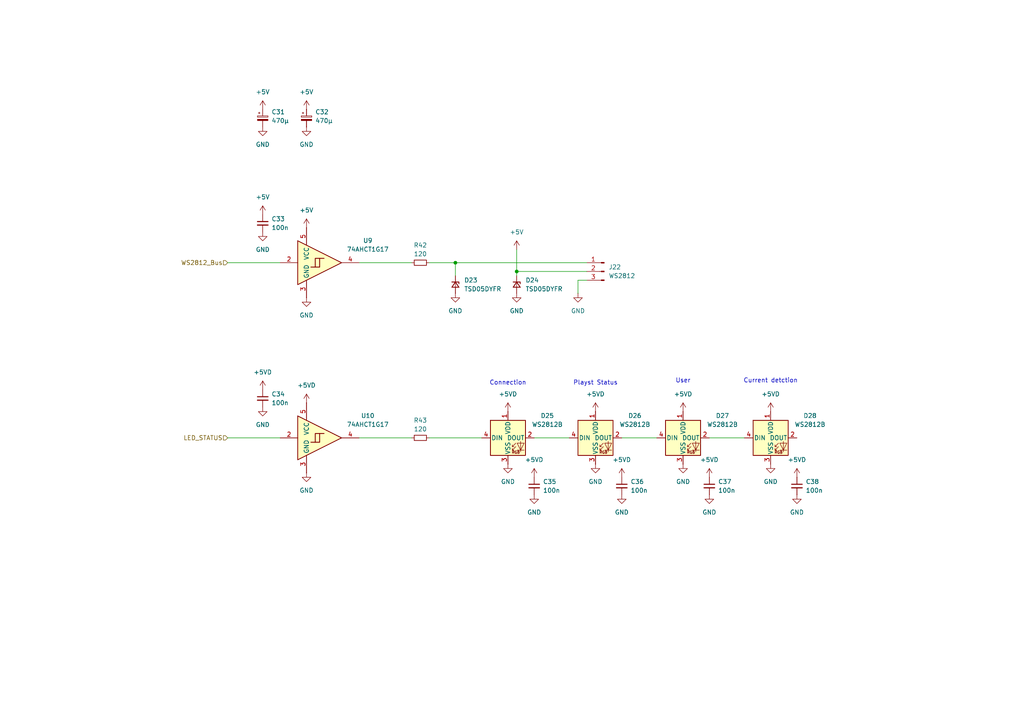
<source format=kicad_sch>
(kicad_sch (version 20250114) (generator "eeschema") (generator_version "9.0")
  (paper "A4")
  (lib_symbols
    (symbol "+5V_2" (power) (pin_numbers (hide yes)) (pin_names (offset 0) (hide yes))
      (property "Value" "+5V" (at 0 3.556 0))
      (symbol "+5V_2_0_1"
        (polyline (pts (xy -0.762 1.27) (xy 0 2.54)))
        (polyline (pts (xy 0 2.54) (xy 0.762 1.27)))
        (polyline (pts (xy 0 0) (xy 0 2.54)))
      )
      (symbol "+5V_2_1_1"
        (pin power_in line (at 0 0 90) (length 0) (name "~") (number "1"))
      )
    )
    (symbol "+5V_5" (power) (pin_numbers (hide yes)) (pin_names (offset 0) (hide yes))
      (property "Value" "+5V" (at 0 3.556 0))
      (symbol "+5V_5_0_1"
        (polyline (pts (xy -0.762 1.27) (xy 0 2.54)))
        (polyline (pts (xy 0 2.54) (xy 0.762 1.27)))
        (polyline (pts (xy 0 0) (xy 0 2.54)))
      )
      (symbol "+5V_5_1_1"
        (pin power_in line (at 0 0 90) (length 0) (name "~") (number "1"))
      )
    )
    (symbol "74xGxx:74LVC1G17"
      (property "Reference" "U" (at 0 3.81 0))
      (property "Value" "74LVC1G17" (at 0 -3.81 0))
      (symbol "74LVC1G17_0_1"
        (polyline (pts (xy -7.62 6.35) (xy -7.62 -6.35) (xy 5.08 0) (xy -7.62 6.35)) (stroke (width 0.254)) (fill (type background)))
        (polyline (pts (xy -3.81 -1.27) (xy -2.54 -1.27) (xy -2.54 1.27) (xy -1.27 1.27)) (stroke (width 0.254)) (fill (type background)))
        (polyline (pts (xy -2.54 -1.27) (xy -1.27 -1.27) (xy -1.27 1.27) (xy 0 1.27)) (stroke (width 0.254)) (fill (type background)))
      )
      (symbol "74LVC1G17_1_1"
        (pin input line (at -12.7 0 0) (length 5.08) (name "~") (number "2"))
        (pin no_connect line (at -7.62 5.08 180) (length 5.08) (hide yes) (name "NC") (number "1"))
        (pin power_in line (at -5.08 10.16 270) (length 5.08) (name "VCC") (number "5"))
        (pin power_in line (at -5.08 -10.16 90) (length 5.08) (name "GND") (number "3"))
        (pin output line (at 10.16 0 180) (length 5.08) (name "~") (number "4"))
      )
    )
    (symbol "Connector:Conn_01x03_Pin" (pin_names (offset 1.016) (hide yes))
      (property "Reference" "J" (at 0 5.08 0))
      (property "Value" "Conn_01x03_Pin" (at 0 -5.08 0))
      (symbol "Conn_01x03_Pin_1_1"
        (rectangle (start 0.8636 2.667) (end 0 2.413) (stroke (width 0.1524)) (fill (type outline)))
        (rectangle (start 0.8636 0.127) (end 0 -0.127) (stroke (width 0.1524)) (fill (type outline)))
        (rectangle (start 0.8636 -2.413) (end 0 -2.667) (stroke (width 0.1524)) (fill (type outline)))
        (polyline (pts (xy 1.27 2.54) (xy 0.8636 2.54)) (stroke (width 0.1524)))
        (polyline (pts (xy 1.27 0) (xy 0.8636 0)) (stroke (width 0.1524)))
        (polyline (pts (xy 1.27 -2.54) (xy 0.8636 -2.54)) (stroke (width 0.1524)))
        (pin passive line (at 5.08 2.54 180) (length 3.81) (name "Pin_1") (number "1"))
        (pin passive line (at 5.08 0 180) (length 3.81) (name "Pin_2") (number "2"))
        (pin passive line (at 5.08 -2.54 180) (length 3.81) (name "Pin_3") (number "3"))
      )
    )
    (symbol "Device:C_Polarized_Small" (pin_numbers (hide yes)) (pin_names (offset 0.254) (hide yes))
      (property "Reference" "C" (at 0.254 1.778 0))
      (property "Value" "C_Polarized_Small" (at 0.254 -2.032 0))
      (symbol "C_Polarized_Small_0_1"
        (rectangle (start -1.524 0.6858) (end 1.524 0.3048))
        (rectangle (start -1.524 -0.3048) (end 1.524 -0.6858) (fill (type outline)))
        (polyline (pts (xy -1.27 1.524) (xy -0.762 1.524)))
        (polyline (pts (xy -1.016 1.27) (xy -1.016 1.778)))
      )
      (symbol "C_Polarized_Small_1_1"
        (pin passive line (at 0 2.54 270) (length 1.8542) (name "~") (number "1"))
        (pin passive line (at 0 -2.54 90) (length 1.8542) (name "~") (number "2"))
      )
    )
    (symbol "Device:C_Small" (pin_numbers (hide yes)) (pin_names (offset 0.254) (hide yes))
      (property "Reference" "C" (at 0.254 1.778 0))
      (property "Value" "C_Small" (at 0.254 -2.032 0))
      (symbol "C_Small_0_1"
        (polyline (pts (xy -1.524 0.508) (xy 1.524 0.508)) (stroke (width 0.3048)))
        (polyline (pts (xy -1.524 -0.508) (xy 1.524 -0.508)) (stroke (width 0.3302)))
      )
      (symbol "C_Small_1_1"
        (pin passive line (at 0 2.54 270) (length 2.032) (name "~") (number "1"))
        (pin passive line (at 0 -2.54 90) (length 2.032) (name "~") (number "2"))
      )
    )
    (symbol "Device:D_Zener_Small" (pin_numbers (hide yes)) (pin_names (offset 0.254) (hide yes))
      (property "Reference" "D" (at 0 2.286 0))
      (property "Value" "D_Zener_Small" (at 0 -2.286 0))
      (symbol "D_Zener_Small_0_1"
        (polyline (pts (xy -0.254 1.016) (xy -0.762 1.016) (xy -0.762 -1.016)) (stroke (width 0.254)))
        (polyline (pts (xy 0.762 1.016) (xy -0.762 0) (xy 0.762 -1.016) (xy 0.762 1.016)) (stroke (width 0.254)))
        (polyline (pts (xy 0.762 0) (xy -0.762 0)))
      )
      (symbol "D_Zener_Small_1_1"
        (pin passive line (at -2.54 0 0) (length 1.778) (name "K") (number "1"))
        (pin passive line (at 2.54 0 180) (length 1.778) (name "A") (number "2"))
      )
    )
    (symbol "Device:R_Small" (pin_numbers (hide yes)) (pin_names (offset 0.254) (hide yes))
      (property "Reference" "R" (at 0 0 90))
      (property "Value" "R_Small" (at 1.778 0 90))
      (symbol "R_Small_0_1"
        (rectangle (start -0.762 1.778) (end 0.762 -1.778) (stroke (width 0.2032)))
      )
      (symbol "R_Small_1_1"
        (pin passive line (at 0 2.54 270) (length 0.762) (name "~") (number "1"))
        (pin passive line (at 0 -2.54 90) (length 0.762) (name "~") (number "2"))
      )
    )
    (symbol "GND_1" (power) (pin_numbers (hide yes)) (pin_names (offset 0) (hide yes))
      (property "Value" "GND" (at 0 -3.81 0))
      (symbol "GND_1_0_1"
        (polyline (pts (xy 0 0) (xy 0 -1.27) (xy 1.27 -1.27) (xy 0 -2.54) (xy -1.27 -1.27) (xy 0 -1.27)))
      )
      (symbol "GND_1_1_1"
        (pin power_in line (at 0 0 270) (length 0) (name "~") (number "1"))
      )
    )
    (symbol "LED:WS2812B" (pin_names (offset 0.254))
      (property "Reference" "D" (at 5.08 5.715 0))
      (property "Value" "WS2812B" (at 1.27 -5.715 0))
      (symbol "WS2812B_0_0"
        (text "RGB" (at 2.286 -4.191 0) (effects (font (size 0.762 0.762))))
      )
      (symbol "WS2812B_0_1"
        (polyline (pts (xy 1.27 -2.54) (xy 1.778 -2.54)))
        (polyline (pts (xy 1.27 -3.556) (xy 1.778 -3.556)))
        (polyline (pts (xy 2.286 -1.524) (xy 1.27 -2.54) (xy 1.27 -2.032)))
        (polyline (pts (xy 2.286 -2.54) (xy 1.27 -3.556) (xy 1.27 -3.048)))
        (polyline (pts (xy 3.683 -1.016) (xy 3.683 -3.556) (xy 3.683 -4.064)))
        (polyline (pts (xy 4.699 -1.524) (xy 2.667 -1.524) (xy 3.683 -3.556) (xy 4.699 -1.524)))
        (polyline (pts (xy 4.699 -3.556) (xy 2.667 -3.556)))
        (rectangle (start 5.08 5.08) (end -5.08 -5.08) (stroke (width 0.254)) (fill (type background)))
      )
      (symbol "WS2812B_1_1"
        (pin input line (at -7.62 0 0) (length 2.54) (name "DIN") (number "4"))
        (pin power_in line (at 0 7.62 270) (length 2.54) (name "VDD") (number "1"))
        (pin power_in line (at 0 -7.62 90) (length 2.54) (name "VSS") (number "3"))
        (pin output line (at 7.62 0 180) (length 2.54) (name "DOUT") (number "2"))
      )
    )
    (symbol "power:+5V" (power) (pin_numbers (hide yes)) (pin_names (offset 0) (hide yes))
      (property "Value" "+5V" (at 0 3.556 0))
      (symbol "+5V_0_1"
        (polyline (pts (xy -0.762 1.27) (xy 0 2.54)))
        (polyline (pts (xy 0 2.54) (xy 0.762 1.27)))
        (polyline (pts (xy 0 0) (xy 0 2.54)))
      )
      (symbol "+5V_1_1"
        (pin power_in line (at 0 0 90) (length 0) (name "~") (number "1"))
      )
    )
    (symbol "power:+5VD" (power) (pin_numbers (hide yes)) (pin_names (offset 0) (hide yes))
      (property "Value" "+5VD" (at 0 3.556 0))
      (symbol "+5VD_0_1"
        (polyline (pts (xy -0.762 1.27) (xy 0 2.54)))
        (polyline (pts (xy 0 2.54) (xy 0.762 1.27)))
        (polyline (pts (xy 0 0) (xy 0 2.54)))
      )
      (symbol "+5VD_1_1"
        (pin power_in line (at 0 0 90) (length 0) (name "~") (number "1"))
      )
    )
  )
  (text "Current detction" (at 223.52 110.49 0) (effects (font (size 1.27 1.27))))
  (text "User" (at 198.12 110.49 0) (effects (font (size 1.27 1.27))))
  (text "Connection" (at 147.32 111.125 0) (effects (font (size 1.27 1.27))))
  (text "Playst Status" (at 172.72 111.125 0) (effects (font (size 1.27 1.27))))
  (junction (at 132.08 76.2))
  (junction (at 149.86 78.74))
  (wire (pts (xy 66.04 127) (xy 81.28 127)))
  (wire (pts (xy 180.34 127) (xy 190.5 127)))
  (wire (pts (xy 170.18 78.74) (xy 149.86 78.74)))
  (wire (pts (xy 167.64 81.28) (xy 167.64 85.09)))
  (wire (pts (xy 205.74 127) (xy 215.9 127)))
  (wire (pts (xy 154.94 127) (xy 165.1 127)))
  (wire (pts (xy 66.04 76.2) (xy 81.28 76.2)))
  (wire (pts (xy 132.08 76.2) (xy 132.08 80.01)))
  (wire (pts (xy 104.14 127) (xy 119.38 127)))
  (wire (pts (xy 104.14 76.2) (xy 119.38 76.2)))
  (wire (pts (xy 149.86 80.01) (xy 149.86 78.74)))
  (wire (pts (xy 149.86 78.74) (xy 149.86 72.39)))
  (wire (pts (xy 124.46 127) (xy 139.7 127)))
  (wire (pts (xy 170.18 81.28) (xy 167.64 81.28)))
  (wire (pts (xy 124.46 76.2) (xy 132.08 76.2)))
  (wire (pts (xy 132.08 76.2) (xy 170.18 76.2)))
  (hierarchical_label "LED_STATUS" (shape input) (at 66.04 127 180))
  (hierarchical_label "WS2812_Bus" (shape input) (at 66.04 76.2 180))
  (symbol (lib_id "Device:C_Small") (at 76.2 115.57 0) (unit 1)
    (property "Reference" "C34" (at 78.74 114.3063 0) (effects (justify left)))
    (property "Value" "100n" (at 78.74 116.8463 0) (effects (justify left)))
    (property "Footprint" "Capacitor_SMD:C_0603_1608Metric" (effects (hide yes)))
  )
  (symbol (lib_id "power:+5VD") (at 88.9 116.84 0) (unit 1)
    (property "Reference" "#PWR0121" (effects (hide yes)))
    (property "Value" "+5VD" (at 88.9 111.76 0))
    (property "Description" "Power symbol creates a global label with name \"+5VD\"" (effects (hide yes)))
  )
  (symbol (lib_id "power:+5VD") (at 147.32 119.38 0) (unit 1)
    (property "Reference" "#PWR0123" (effects (hide yes)))
    (property "Value" "+5VD" (at 147.32 114.3 0))
    (property "Description" "Power symbol creates a global label with name \"+5VD\"" (effects (hide yes)))
  )
  (symbol (lib_name "+5V_5") (lib_id "power:+5V") (at 149.86 72.39 0) (unit 1)
    (property "Reference" "#PWR0144" (effects (hide yes)))
    (property "Value" "+5V" (at 149.86 67.31 0))
    (property "Description" "Power symbol creates a global label with name \"+5V\"" (effects (hide yes)))
  )
  (symbol (lib_id "Device:C_Small") (at 76.2 64.77 0) (unit 1)
    (property "Reference" "C33" (at 78.74 63.5063 0) (effects (justify left)))
    (property "Value" "100n" (at 78.74 66.0463 0) (effects (justify left)))
    (property "Footprint" "Capacitor_SMD:C_0603_1608Metric" (effects (hide yes)))
  )
  (symbol (lib_id "power:+5V") (at 88.9 31.75 0) (unit 1)
    (property "Reference" "#PWR0138" (effects (hide yes)))
    (property "Value" "+5V" (at 88.9 26.67 0))
    (property "Description" "Power symbol creates a global label with name \"+5V\"" (effects (hide yes)))
  )
  (symbol (lib_name "GND_1") (lib_id "power:GND") (at 172.72 134.62 0) (unit 1)
    (property "Reference" "#PWR0157" (effects (hide yes)))
    (property "Value" "GND" (at 172.72 139.7 0))
    (property "Description" "Power symbol creates a global label with name \"GND\" , ground" (effects (hide yes)))
  )
  (symbol (lib_name "GND_1") (lib_id "power:GND") (at 76.2 118.11 0) (unit 1)
    (property "Reference" "#PWR0151" (effects (hide yes)))
    (property "Value" "GND" (at 76.2 123.19 0))
    (property "Description" "Power symbol creates a global label with name \"GND\" , ground" (effects (hide yes)))
  )
  (symbol (lib_id "Device:C_Small") (at 180.34 140.97 0) (unit 1)
    (property "Reference" "C36" (at 182.88 139.7063 0) (effects (justify left)))
    (property "Value" "100n" (at 182.88 142.2463 0) (effects (justify left)))
    (property "Footprint" "Capacitor_SMD:C_0603_1608Metric" (effects (hide yes)))
  )
  (symbol (lib_name "GND_1") (lib_id "power:GND") (at 198.12 134.62 0) (unit 1)
    (property "Reference" "#PWR0158" (effects (hide yes)))
    (property "Value" "GND" (at 198.12 139.7 0))
    (property "Description" "Power symbol creates a global label with name \"GND\" , ground" (effects (hide yes)))
  )
  (symbol (lib_id "power:+5VD") (at 172.72 119.38 0) (unit 1)
    (property "Reference" "#PWR0124" (effects (hide yes)))
    (property "Value" "+5VD" (at 172.72 114.3 0))
    (property "Description" "Power symbol creates a global label with name \"+5VD\"" (effects (hide yes)))
  )
  (symbol (lib_name "GND_1") (lib_id "power:GND") (at 76.2 36.83 0) (unit 1)
    (property "Reference" "#PWR0139" (effects (hide yes)))
    (property "Value" "GND" (at 76.2 41.91 0))
    (property "Description" "Power symbol creates a global label with name \"GND\" , ground" (effects (hide yes)))
  )
  (symbol (lib_name "GND_1") (lib_id "power:GND") (at 231.14 143.51 0) (unit 1)
    (property "Reference" "#PWR0168" (effects (hide yes)))
    (property "Value" "GND" (at 231.14 148.59 0))
    (property "Description" "Power symbol creates a global label with name \"GND\" , ground" (effects (hide yes)))
  )
  (symbol (lib_name "GND_1") (lib_id "power:GND") (at 88.9 86.36 0) (unit 1)
    (property "Reference" "#PWR0148" (effects (hide yes)))
    (property "Value" "GND" (at 88.9 91.44 0))
    (property "Description" "Power symbol creates a global label with name \"GND\" , ground" (effects (hide yes)))
  )
  (symbol (lib_id "power:+5VD") (at 76.2 113.03 0) (unit 1)
    (property "Reference" "#PWR0122" (effects (hide yes)))
    (property "Value" "+5VD" (at 76.2 107.95 0))
    (property "Description" "Power symbol creates a global label with name \"+5VD\"" (effects (hide yes)))
  )
  (symbol (lib_id "power:+5VD") (at 154.94 138.43 0) (unit 1)
    (property "Reference" "#PWR0130" (effects (hide yes)))
    (property "Value" "+5VD" (at 154.94 133.35 0))
    (property "Description" "Power symbol creates a global label with name \"+5VD\"" (effects (hide yes)))
  )
  (symbol (lib_id "power:+5VD") (at 223.52 119.38 0) (unit 1)
    (property "Reference" "#PWR0126" (effects (hide yes)))
    (property "Value" "+5VD" (at 223.52 114.3 0))
    (property "Description" "Power symbol creates a global label with name \"+5VD\"" (effects (hide yes)))
  )
  (symbol (lib_name "GND_1") (lib_id "power:GND") (at 180.34 143.51 0) (unit 1)
    (property "Reference" "#PWR0166" (effects (hide yes)))
    (property "Value" "GND" (at 180.34 148.59 0))
    (property "Description" "Power symbol creates a global label with name \"GND\" , ground" (effects (hide yes)))
  )
  (symbol (lib_name "+5V_5") (lib_id "power:+5V") (at 88.9 66.04 0) (unit 1)
    (property "Reference" "#PWR0142" (effects (hide yes)))
    (property "Value" "+5V" (at 88.9 60.96 0))
    (property "Description" "Power symbol creates a global label with name \"+5V\"" (effects (hide yes)))
  )
  (symbol (lib_id "Device:R_Small") (at 121.92 127 90) (unit 1)
    (property "Reference" "R43" (at 121.92 121.92 90))
    (property "Value" "120" (at 121.92 124.46 90))
    (property "Footprint" "Resistor_SMD:R_0603_1608Metric" (effects (hide yes)))
    (property "Description" "Resistor, small symbol" (effects (hide yes)))
  )
  (symbol (lib_name "GND_1") (lib_id "power:GND") (at 205.74 143.51 0) (unit 1)
    (property "Reference" "#PWR0167" (effects (hide yes)))
    (property "Value" "GND" (at 205.74 148.59 0))
    (property "Description" "Power symbol creates a global label with name \"GND\" , ground" (effects (hide yes)))
  )
  (symbol (lib_name "GND_1") (lib_id "power:GND") (at 167.64 85.09 0) (unit 1)
    (property "Reference" "#PWR0147" (effects (hide yes)))
    (property "Value" "GND" (at 167.64 90.17 0))
    (property "Description" "Power symbol creates a global label with name \"GND\" , ground" (effects (hide yes)))
  )
  (symbol (lib_name "GND_1") (lib_id "power:GND") (at 132.08 85.09 0) (unit 1)
    (property "Reference" "#PWR0145" (effects (hide yes)))
    (property "Value" "GND" (at 132.08 90.17 0))
    (property "Description" "Power symbol creates a global label with name \"GND\" , ground" (effects (hide yes)))
  )
  (symbol (lib_id "Device:D_Zener_Small") (at 149.86 82.55 270) (unit 1)
    (property "Reference" "D24" (at 152.4 81.2799 90) (effects (justify left)))
    (property "Value" "TSD05DYFR" (at 152.4 83.8199 90) (effects (justify left)))
    (property "Footprint" "Diode_SMD:D_SOD-323_HandSoldering" (effects (hide yes)))
    (property "Description" "Zener diode, small symbol" (effects (hide yes)))
  )
  (symbol (lib_name "GND_1") (lib_id "power:GND") (at 223.52 134.62 0) (unit 1)
    (property "Reference" "#PWR0159" (effects (hide yes)))
    (property "Value" "GND" (at 223.52 139.7 0))
    (property "Description" "Power symbol creates a global label with name \"GND\" , ground" (effects (hide yes)))
  )
  (symbol (lib_id "power:+5V") (at 76.2 31.75 0) (unit 1)
    (property "Reference" "#PWR0137" (effects (hide yes)))
    (property "Value" "+5V" (at 76.2 26.67 0))
    (property "Description" "Power symbol creates a global label with name \"+5V\"" (effects (hide yes)))
  )
  (symbol (lib_name "+5V_2") (lib_id "power:+5V") (at 76.2 62.23 0) (unit 1)
    (property "Reference" "#PWR0141" (effects (hide yes)))
    (property "Value" "+5V" (at 76.2 57.15 0))
    (property "Description" "Power symbol creates a global label with name \"+5V\"" (effects (hide yes)))
  )
  (symbol (lib_id "Device:R_Small") (at 121.92 76.2 90) (unit 1)
    (property "Reference" "R42" (at 121.92 71.12 90))
    (property "Value" "120" (at 121.92 73.66 90))
    (property "Footprint" "Resistor_SMD:R_0603_1608Metric" (effects (hide yes)))
    (property "Description" "Resistor, small symbol" (effects (hide yes)))
  )
  (symbol (lib_id "Device:C_Small") (at 154.94 140.97 0) (unit 1)
    (property "Reference" "C35" (at 157.48 139.7063 0) (effects (justify left)))
    (property "Value" "100n" (at 157.48 142.2463 0) (effects (justify left)))
    (property "Footprint" "Capacitor_SMD:C_0603_1608Metric" (effects (hide yes)))
  )
  (symbol (lib_id "power:+5VD") (at 231.14 138.43 0) (unit 1)
    (property "Reference" "#PWR0127" (effects (hide yes)))
    (property "Value" "+5VD" (at 231.14 133.35 0))
    (property "Description" "Power symbol creates a global label with name \"+5VD\"" (effects (hide yes)))
  )
  (symbol (lib_id "Device:C_Polarized_Small") (at 88.9 34.29 0) (unit 1)
    (property "Reference" "C32" (at 91.44 32.4739 0) (effects (justify left)))
    (property "Value" "470µ" (at 91.44 35.0139 0) (effects (justify left)))
    (property "Footprint" "Capacitor_THT:CP_Radial_D8.0mm_P3.50mm" (effects (hide yes)))
  )
  (symbol (lib_id "LED:WS2812B") (at 198.12 127 0) (unit 1)
    (property "Reference" "D27" (at 209.55 120.5798 0))
    (property "Value" "WS2812B" (at 209.55 123.1198 0))
    (property "Footprint" "LED_SMD:LED_WS2812B-2020_PLCC4_2.0x2.0mm" (effects (hide yes)))
    (property "Datasheet" "https://cdn-shop.adafruit.com/datasheets/WS2812B.pdf" (effects (hide yes)))
    (property "Description" "RGB LED with integrated controller" (effects (hide yes)))
  )
  (symbol (lib_name "GND_1") (lib_id "power:GND") (at 154.94 143.51 0) (unit 1)
    (property "Reference" "#PWR0165" (effects (hide yes)))
    (property "Value" "GND" (at 154.94 148.59 0))
    (property "Description" "Power symbol creates a global label with name \"GND\" , ground" (effects (hide yes)))
  )
  (symbol (lib_id "LED:WS2812B") (at 172.72 127 0) (unit 1)
    (property "Reference" "D26" (at 184.15 120.5798 0))
    (property "Value" "WS2812B" (at 184.15 123.1198 0))
    (property "Footprint" "LED_SMD:LED_WS2812B-2020_PLCC4_2.0x2.0mm" (effects (hide yes)))
    (property "Datasheet" "https://cdn-shop.adafruit.com/datasheets/WS2812B.pdf" (effects (hide yes)))
    (property "Description" "RGB LED with integrated controller" (effects (hide yes)))
  )
  (symbol (lib_id "Device:C_Small") (at 205.74 140.97 0) (unit 1)
    (property "Reference" "C37" (at 208.28 139.7063 0) (effects (justify left)))
    (property "Value" "100n" (at 208.28 142.2463 0) (effects (justify left)))
    (property "Footprint" "Capacitor_SMD:C_0603_1608Metric" (effects (hide yes)))
  )
  (symbol (lib_id "power:+5VD") (at 198.12 119.38 0) (unit 1)
    (property "Reference" "#PWR0125" (effects (hide yes)))
    (property "Value" "+5VD" (at 198.12 114.3 0))
    (property "Description" "Power symbol creates a global label with name \"+5VD\"" (effects (hide yes)))
  )
  (symbol (lib_id "power:+5VD") (at 180.34 138.43 0) (unit 1)
    (property "Reference" "#PWR0129" (effects (hide yes)))
    (property "Value" "+5VD" (at 180.34 133.35 0))
    (property "Description" "Power symbol creates a global label with name \"+5VD\"" (effects (hide yes)))
  )
  (symbol (lib_id "LED:WS2812B") (at 147.32 127 0) (unit 1)
    (property "Reference" "D25" (at 158.75 120.5798 0))
    (property "Value" "WS2812B" (at 158.75 123.1198 0))
    (property "Footprint" "LED_SMD:LED_WS2812B-2020_PLCC4_2.0x2.0mm" (effects (hide yes)))
    (property "Datasheet" "https://cdn-shop.adafruit.com/datasheets/WS2812B.pdf" (effects (hide yes)))
    (property "Description" "RGB LED with integrated controller" (effects (hide yes)))
  )
  (symbol (lib_id "Connector:Conn_01x03_Pin") (at 175.26 78.74 0) (mirror y) (unit 1)
    (property "Reference" "J22" (at 176.53 77.47 0) (effects (justify right)))
    (property "Value" "WS2812" (at 176.53 80.01 0) (effects (justify right)))
    (property "Footprint" "Connector_JST:JST_XH_B3B-XH-A_1x03_P2.50mm_Vertical" (effects (hide yes)))
  )
  (symbol (lib_name "GND_1") (lib_id "power:GND") (at 149.86 85.09 0) (unit 1)
    (property "Reference" "#PWR0146" (effects (hide yes)))
    (property "Value" "GND" (at 149.86 90.17 0))
    (property "Description" "Power symbol creates a global label with name \"GND\" , ground" (effects (hide yes)))
  )
  (symbol (lib_id "74xGxx:74LVC1G17") (at 93.98 127 0) (unit 1)
    (property "Reference" "U10" (at 106.68 120.5798 0))
    (property "Value" "74AHCT1G17" (at 106.68 123.1198 0))
    (property "Footprint" "Package_TO_SOT_SMD:SOT-353_SC-70-5" (effects (hide yes)))
    (property "Datasheet" "https://www.ti.com/lit/ds/symlink/sn74lvc1g17.pdf" (effects (hide yes)))
    (property "Description" "Single Schmitt Buffer Gate, Low-Voltage CMOS" (effects (hide yes)))
  )
  (symbol (lib_name "GND_1") (lib_id "power:GND") (at 76.2 67.31 0) (unit 1)
    (property "Reference" "#PWR0143" (effects (hide yes)))
    (property "Value" "GND" (at 76.2 72.39 0))
    (property "Description" "Power symbol creates a global label with name \"GND\" , ground" (effects (hide yes)))
  )
  (symbol (lib_id "Device:C_Small") (at 231.14 140.97 0) (unit 1)
    (property "Reference" "C38" (at 233.68 139.7063 0) (effects (justify left)))
    (property "Value" "100n" (at 233.68 142.2463 0) (effects (justify left)))
    (property "Footprint" "Capacitor_SMD:C_0603_1608Metric" (effects (hide yes)))
  )
  (symbol (lib_name "GND_1") (lib_id "power:GND") (at 88.9 36.83 0) (unit 1)
    (property "Reference" "#PWR0140" (effects (hide yes)))
    (property "Value" "GND" (at 88.9 41.91 0))
    (property "Description" "Power symbol creates a global label with name \"GND\" , ground" (effects (hide yes)))
  )
  (symbol (lib_id "LED:WS2812B") (at 223.52 127 0) (unit 1)
    (property "Reference" "D28" (at 234.95 120.5798 0))
    (property "Value" "WS2812B" (at 234.95 123.1198 0))
    (property "Footprint" "LED_SMD:LED_WS2812B-2020_PLCC4_2.0x2.0mm" (effects (hide yes)))
    (property "Datasheet" "https://cdn-shop.adafruit.com/datasheets/WS2812B.pdf" (effects (hide yes)))
    (property "Description" "RGB LED with integrated controller" (effects (hide yes)))
  )
  (symbol (lib_id "Device:C_Polarized_Small") (at 76.2 34.29 0) (unit 1)
    (property "Reference" "C31" (at 78.74 32.4739 0) (effects (justify left)))
    (property "Value" "470µ" (at 78.74 35.0139 0) (effects (justify left)))
    (property "Footprint" "Capacitor_THT:CP_Radial_D8.0mm_P3.50mm" (effects (hide yes)))
  )
  (symbol (lib_name "GND_1") (lib_id "power:GND") (at 147.32 134.62 0) (unit 1)
    (property "Reference" "#PWR0156" (effects (hide yes)))
    (property "Value" "GND" (at 147.32 139.7 0))
    (property "Description" "Power symbol creates a global label with name \"GND\" , ground" (effects (hide yes)))
  )
  (symbol (lib_id "power:+5VD") (at 205.74 138.43 0) (unit 1)
    (property "Reference" "#PWR0128" (effects (hide yes)))
    (property "Value" "+5VD" (at 205.74 133.35 0))
    (property "Description" "Power symbol creates a global label with name \"+5VD\"" (effects (hide yes)))
  )
  (symbol (lib_id "Device:D_Zener_Small") (at 132.08 82.55 270) (unit 1)
    (property "Reference" "D23" (at 134.62 81.2799 90) (effects (justify left)))
    (property "Value" "TSD05DYFR" (at 134.62 83.8199 90) (effects (justify left)))
    (property "Footprint" "Diode_SMD:D_SOD-323_HandSoldering" (effects (hide yes)))
    (property "Description" "Zener diode, small symbol" (effects (hide yes)))
  )
  (symbol (lib_id "74xGxx:74LVC1G17") (at 93.98 76.2 0) (unit 1)
    (property "Reference" "U9" (at 106.68 69.7798 0))
    (property "Value" "74AHCT1G17" (at 106.68 72.3198 0))
    (property "Footprint" "Package_TO_SOT_SMD:SOT-353_SC-70-5" (effects (hide yes)))
    (property "Datasheet" "https://www.ti.com/lit/ds/symlink/sn74lvc1g17.pdf" (effects (hide yes)))
    (property "Description" "Single Schmitt Buffer Gate, Low-Voltage CMOS" (effects (hide yes)))
  )
  (symbol (lib_name "GND_1") (lib_id "power:GND") (at 88.9 137.16 0) (unit 1)
    (property "Reference" "#PWR0160" (effects (hide yes)))
    (property "Value" "GND" (at 88.9 142.24 0))
    (property "Description" "Power symbol creates a global label with name \"GND\" , ground" (effects (hide yes)))
  )
)
</source>
